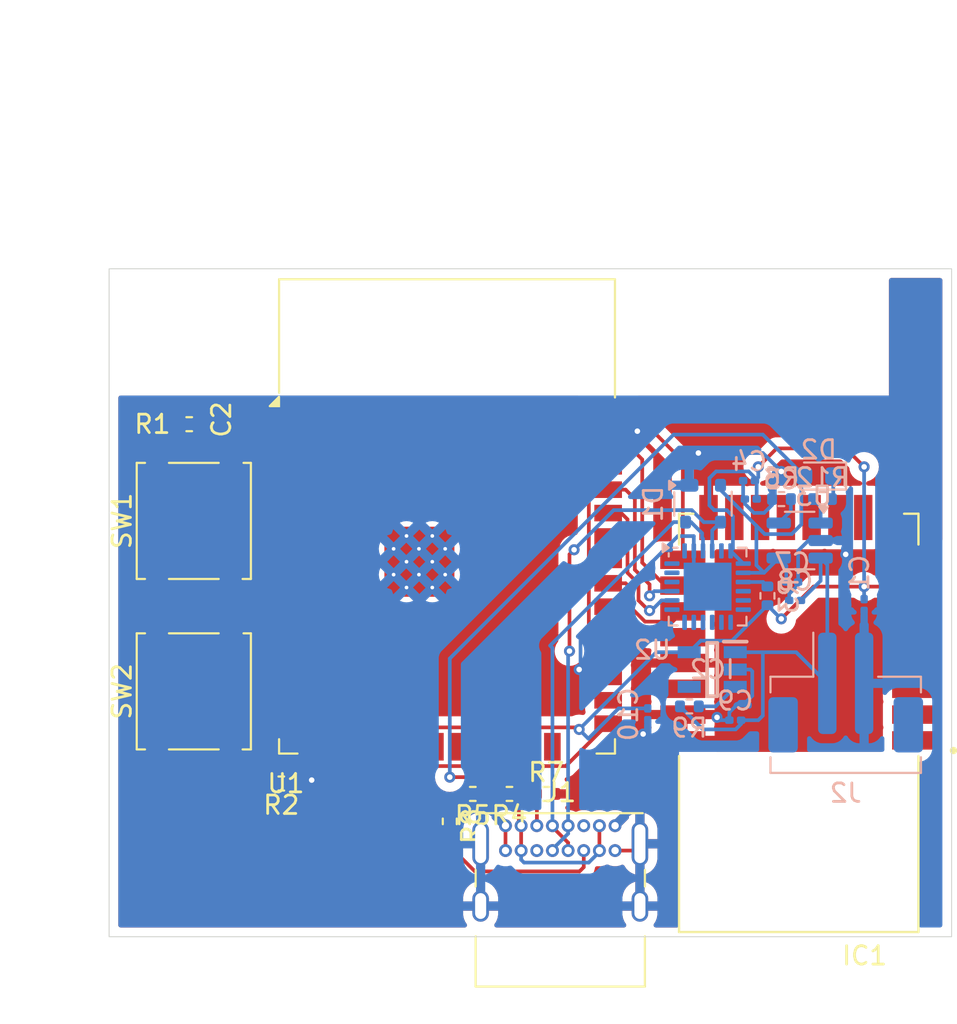
<source format=kicad_pcb>
(kicad_pcb (version 20240108) (generator "pcbnew") (generator_version "8.0")
  (layers (0 "F.Cu" signal) (31 "B.Cu" signal) (34 "B.Paste" user) (35 "F.Paste" user) (36 "B.SilkS" user "B.Silkscreen") (37 "F.SilkS" user "F.Silkscreen") (38 "B.Mask" user) (39 "F.Mask" user) (44 "Edge.Cuts" user))
  (net 0 "")
  (net 1 "GND")
  (net 2 "+3V3")
  (net 3 "/VBUS")
  (net 4 "/VBAT")
  (net 5 "/D-")
  (net 6 "/D+")
  (net 7 "Net-(D2-K)")
  (net 9 "/SPIMOSI")
  (net 13 "/SPICS0")
  (net 15 "/SPIMISO")
  (net 16 "/SPICLK")
  (net 25 "Net-(IC2-EN)")
  (net 26 "Net-(J1-VBUS-PadA4)")
  (net 27 "Net-(J1-CC2)")
  (net 28 "Net-(J1-CC1)")
  (net 29 "/RESET")
  (net 30 "/FLASH")
  (net 31 "Net-(U2-~{RST})")
  (net 32 "Net-(U3-PROG)")
  (net 33 "Net-(U3-STAT)")
  (net 34 "/UART_RX")
  (net 38 "/UART_TX")
  (footprint "DWM3000TR13:XCVR_DWM3000TR13" (layer "F.Cu") (at 157.2 91.145 180)
    (property "Reference" "IC1" (at -3.575 -12.635 0) (layer "F.SilkS"))
    (property "Value" "DWM3000")
    (pad "1" smd rect (at -6.295 -0.95 180) (size 2.45 1) (layers "F.Cu" "F.Paste" "F.Mask"))
    (pad "2" smd rect (at -6.295 0.45 180) (size 2.45 1) (layers "F.Cu" "F.Paste" "F.Mask"))
    (pad "3" smd rect (at -6.295 1.85 180) (size 2.45 1) (layers "F.Cu" "F.Paste" "F.Mask"))
    (pad "4" smd rect (at -6.295 3.25 180) (size 2.45 1) (layers "F.Cu" "F.Paste" "F.Mask"))
    (pad "5" smd rect (at -6.295 4.65 180) (size 2.45 1) (layers "F.Cu" "F.Paste" "F.Mask") (net 2 "+3V3"))
    (pad "6" smd rect (at -6.295 6.05 180) (size 2.45 1) (layers "F.Cu" "F.Paste" "F.Mask") (net 2 "+3V3"))
    (pad "7" smd rect (at -6.295 7.45 180) (size 2.45 1) (layers "F.Cu" "F.Paste" "F.Mask") (net 2 "+3V3"))
    (pad "8" smd rect (at -6.295 8.85 180) (size 2.45 1) (layers "F.Cu" "F.Paste" "F.Mask") (net 1 "GND"))
    (pad "9" smd rect (at -4.9 11.145 180) (size 1 2.45) (layers "F.Cu" "F.Paste" "F.Mask"))
    (pad "10" smd rect (at -3.5 11.145 180) (size 1 2.45) (layers "F.Cu" "F.Paste" "F.Mask"))
    (pad "11" smd rect (at -2.1 11.145 180) (size 1 2.45) (layers "F.Cu" "F.Paste" "F.Mask"))
    (pad "12" smd rect (at -0.7 11.145 180) (size 1 2.45) (layers "F.Cu" "F.Paste" "F.Mask"))
    (pad "13" smd rect (at 0.7 11.145 180) (size 1 2.45) (layers "F.Cu" "F.Paste" "F.Mask"))
    (pad "14" smd rect (at 2.1 11.145 180) (size 1 2.45) (layers "F.Cu" "F.Paste" "F.Mask"))
    (pad "15" smd rect (at 3.5 11.145 180) (size 1 2.45) (layers "F.Cu" "F.Paste" "F.Mask"))
    (pad "16" smd rect (at 4.9 11.145 180) (size 1 2.45) (layers "F.Cu" "F.Paste" "F.Mask") (net 1 "GND"))
    (pad "17" smd rect (at 6.295 8.85 180) (size 2.45 1) (layers "F.Cu" "F.Paste" "F.Mask") (net 13 "/SPICS0"))
    (pad "18" smd rect (at 6.295 7.45 180) (size 2.45 1) (layers "F.Cu" "F.Paste" "F.Mask") (net 9 "/SPIMOSI"))
    (pad "19" smd rect (at 6.295 6.05 180) (size 2.45 1) (layers "F.Cu" "F.Paste" "F.Mask") (net 15 "/SPIMISO"))
    (pad "20" smd rect (at 6.295 4.65 180) (size 2.45 1) (layers "F.Cu" "F.Paste" "F.Mask") (net 16 "/SPICLK"))
    (pad "21" smd rect (at 6.295 3.25 180) (size 2.45 1) (layers "F.Cu" "F.Paste" "F.Mask") (net 1 "GND"))
    (pad "22" smd rect (at 6.295 1.85 180) (size 2.45 1) (layers "F.Cu" "F.Paste" "F.Mask"))
    (pad "23" smd rect (at 6.295 0.45 180) (size 2.45 1) (layers "F.Cu" "F.Paste" "F.Mask") (net 1 "GND"))
    (pad "24" smd rect (at 6.295 -0.95 180) (size 2.45 1) (layers "F.Cu" "F.Paste" "F.Mask") (net 1 "GND"))
    (zone (net 0) (net_name "") (layer "F.Cu") (connect_pads (clearance 0)) (min_thickness 0.01)
      (keepout (tracks not_allowed) (vias not_allowed) (pads not_allowed) (copperpour not_allowed) (footprints allowed))
      (fill (thermal_gap 0.508) (thermal_bridge_width 0.508))
      (polygon (pts (xy 163.7 102.495) (xy 150.7 102.495) (xy 150.7 92.72) (xy 163.7 92.72)))
    )
    (zone (net 0) (net_name "") (layer "B.Cu") (connect_pads (clearance 0)) (min_thickness 0.01)
      (keepout (tracks not_allowed) (vias not_allowed) (pads not_allowed) (copperpour not_allowed) (footprints allowed))
      (fill (thermal_gap 0.508) (thermal_bridge_width 0.508))
      (polygon (pts (xy 163.7 102.495) (xy 150.7 102.495) (xy 150.7 92.72) (xy 163.7 92.72)))
    )
  )
  (footprint "Resistor_SMD:R_0402_1005Metric" (layer "F.Cu") (at 138.25 96.49 -90)
    (property "Reference" "R8" (at 0.25 -1.17 90) (layer "F.SilkS"))
    (property "Value" "5.1k")
    (pad "1" smd roundrect (at -0.51 0 270) (size 0.54 0.64) (layers "F.Cu" "F.Paste" "F.Mask") (net 1 "GND"))
    (pad "2" smd roundrect (at 0.51 0 270) (size 0.54 0.64) (layers "F.Cu" "F.Paste" "F.Mask") (net 27 "Net-(J1-CC2)"))
  )
  (footprint "Capacitor_SMD:C_0201_0603Metric" (layer "F.Cu") (at 127.03 74.935)
    (property "Reference" "C2" (at -1.18 -0.25 90) (layer "F.SilkS"))
    (property "Value" "0.1u")
    (pad "1" smd roundrect (at -0.32 0) (size 0.46 0.4) (layers "F.Cu" "F.Mask") (net 2 "+3V3"))
    (pad "2" smd roundrect (at 0.32 0) (size 0.46 0.4) (layers "F.Cu" "F.Mask") (net 1 "GND"))
  )
  (footprint "Button_Switch_SMD:SW_SPST_EVPBF" (layer "F.Cu") (at 124.35 89.435 90)
    (property "Reference" "SW2" (at 0 -3.9 90) (layer "F.SilkS"))
    (property "Value" "SW_Push")
    (pad "1" smd rect (at -2.88 -2 90) (size 2.75 1) (layers "F.Cu" "F.Paste" "F.Mask") (net 1 "GND"))
    (pad "1" smd rect (at 2.88 -2 90) (size 2.75 1) (layers "F.Cu" "F.Paste" "F.Mask") (net 1 "GND"))
    (pad "2" smd rect (at -2.88 2 90) (size 2.75 1) (layers "F.Cu" "F.Paste" "F.Mask") (net 30 "/FLASH"))
    (pad "2" smd rect (at 2.88 2 90) (size 2.75 1) (layers "F.Cu" "F.Paste" "F.Mask") (net 30 "/FLASH"))
  )
  (footprint "Connector_USB:USB_C_Receptacle_GCT_USB4085" (layer "F.Cu") (at 141.275 96.725)
    (property "Reference" "J1" (at 2.975 -1.8 0) (layer "F.SilkS"))
    (property "Value" "USB_C_Receptacle_USB2.0_14P")
    (pad "A1" thru_hole circle (at 0 0) (size 0.7 0.7) (drill 0.4) (layers "*.Cu" "*.Mask") (net 1 "GND"))
    (pad "A4" thru_hole circle (at 0.85 0) (size 0.7 0.7) (drill 0.4) (layers "*.Cu" "*.Mask") (net 26 "Net-(J1-VBUS-PadA4)"))
    (pad "A5" thru_hole circle (at 1.7 0) (size 0.7 0.7) (drill 0.4) (layers "*.Cu" "*.Mask") (net 28 "Net-(J1-CC1)"))
    (pad "A6" thru_hole circle (at 2.55 0) (size 0.7 0.7) (drill 0.4) (layers "*.Cu" "*.Mask") (net 6 "/D+"))
    (pad "A7" thru_hole circle (at 3.4 0) (size 0.7 0.7) (drill 0.4) (layers "*.Cu" "*.Mask") (net 5 "/D-"))
    (pad "A8" thru_hole circle (at 4.25 0) (size 0.7 0.7) (drill 0.4) (layers "*.Cu" "*.Mask"))
    (pad "A9" thru_hole circle (at 5.1 0) (size 0.7 0.7) (drill 0.4) (layers "*.Cu" "*.Mask") (net 26 "Net-(J1-VBUS-PadA4)"))
    (pad "A12" thru_hole circle (at 5.95 0) (size 0.7 0.7) (drill 0.4) (layers "*.Cu" "*.Mask") (net 1 "GND"))
    (pad "B1" thru_hole circle (at 5.95 1.35) (size 0.7 0.7) (drill 0.4) (layers "*.Cu" "*.Mask") (net 1 "GND"))
    (pad "B4" thru_hole circle (at 5.1 1.35) (size 0.7 0.7) (drill 0.4) (layers "*.Cu" "*.Mask") (net 26 "Net-(J1-VBUS-PadA4)"))
    (pad "B5" thru_hole circle (at 4.25 1.35) (size 0.7 0.7) (drill 0.4) (layers "*.Cu" "*.Mask") (net 27 "Net-(J1-CC2)"))
    (pad "B6" thru_hole circle (at 3.4 1.35) (size 0.7 0.7) (drill 0.4) (layers "*.Cu" "*.Mask") (net 6 "/D+"))
    (pad "B7" thru_hole circle (at 2.55 1.35) (size 0.7 0.7) (drill 0.4) (layers "*.Cu" "*.Mask") (net 5 "/D-"))
    (pad "B8" thru_hole circle (at 1.7 1.35) (size 0.7 0.7) (drill 0.4) (layers "*.Cu" "*.Mask"))
    (pad "B9" thru_hole circle (at 0.85 1.35) (size 0.7 0.7) (drill 0.4) (layers "*.Cu" "*.Mask") (net 26 "Net-(J1-VBUS-PadA4)"))
    (pad "B12" thru_hole circle (at 0 1.35) (size 0.7 0.7) (drill 0.4) (layers "*.Cu" "*.Mask") (net 1 "GND"))
    (pad "S1" thru_hole oval (at -1.35 0.98) (size 0.9 2.4) (drill oval 0.6 2.1) (layers "*.Cu" "*.Mask") (net 1 "GND"))
    (pad "S1" thru_hole oval (at -1.35 4.36) (size 0.9 1.7) (drill oval 0.6 1.4) (layers "*.Cu" "*.Mask") (net 1 "GND"))
    (pad "S1" thru_hole oval (at 7.3 0.98) (size 0.9 2.4) (drill oval 0.6 2.1) (layers "*.Cu" "*.Mask") (net 1 "GND"))
    (pad "S1" thru_hole oval (at 7.3 4.36) (size 0.9 1.7) (drill oval 0.6 1.4) (layers "*.Cu" "*.Mask") (net 1 "GND"))
  )
  (footprint "Button_Switch_SMD:SW_SPST_EVPBF" (layer "F.Cu") (at 124.35 80.185 90)
    (property "Reference" "SW1" (at 0 -3.9 90) (layer "F.SilkS"))
    (property "Value" "SW_Push")
    (pad "1" smd rect (at -2.88 -2 90) (size 2.75 1) (layers "F.Cu" "F.Paste" "F.Mask") (net 1 "GND"))
    (pad "1" smd rect (at 2.88 -2 90) (size 2.75 1) (layers "F.Cu" "F.Paste" "F.Mask") (net 1 "GND"))
    (pad "2" smd rect (at -2.88 2 90) (size 2.75 1) (layers "F.Cu" "F.Paste" "F.Mask") (net 29 "/RESET"))
    (pad "2" smd rect (at 2.88 2 90) (size 2.75 1) (layers "F.Cu" "F.Paste" "F.Mask") (net 29 "/RESET"))
  )
  (footprint "Resistor_SMD:R_0402_1005Metric" (layer "F.Cu") (at 129.1 94.435 180)
    (property "Reference" "R2" (at 0 -1.17 0) (layer "F.SilkS"))
    (property "Value" "470")
    (pad "1" smd roundrect (at -0.51 0 180) (size 0.54 0.64) (layers "F.Cu" "F.Paste" "F.Mask") (net 2 "+3V3"))
    (pad "2" smd roundrect (at 0.51 0 180) (size 0.54 0.64) (layers "F.Cu" "F.Paste" "F.Mask") (net 30 "/FLASH"))
  )
  (footprint "Resistor_SMD:R_0402_1005Metric" (layer "F.Cu") (at 124.1 74.935)
    (property "Reference" "R1" (at -2 0 0) (layer "F.SilkS"))
    (property "Value" "470")
    (pad "1" smd roundrect (at -0.51 0) (size 0.54 0.64) (layers "F.Cu" "F.Paste" "F.Mask") (net 2 "+3V3"))
    (pad "2" smd roundrect (at 0.51 0) (size 0.54 0.64) (layers "F.Cu" "F.Paste" "F.Mask") (net 29 "/RESET"))
  )
  (footprint "Resistor_SMD:R_0402_1005Metric" (layer "F.Cu") (at 139.5 95 180)
    (property "Reference" "R5" (at 0 -1.17 0) (layer "F.SilkS"))
    (property "Value" "47.5k")
    (pad "1" smd roundrect (at -0.51 0 180) (size 0.54 0.64) (layers "F.Cu" "F.Paste" "F.Mask") (net 3 "/VBUS"))
    (pad "2" smd roundrect (at 0.51 0 180) (size 0.54 0.64) (layers "F.Cu" "F.Paste" "F.Mask") (net 1 "GND"))
  )
  (footprint "Resistor_SMD:R_0402_1005Metric" (layer "F.Cu") (at 143.49 95)
    (property "Reference" "R7" (at 0 -1.17 0) (layer "F.SilkS"))
    (property "Value" "5.1k")
    (pad "1" smd roundrect (at -0.51 0) (size 0.54 0.64) (layers "F.Cu" "F.Paste" "F.Mask") (net 28 "Net-(J1-CC1)"))
    (pad "2" smd roundrect (at 0.51 0) (size 0.54 0.64) (layers "F.Cu" "F.Paste" "F.Mask") (net 1 "GND"))
  )
  (footprint "Resistor_SMD:R_0402_1005Metric" (layer "F.Cu") (at 141.49 95 180)
    (property "Reference" "R4" (at 0 -1.17 0) (layer "F.SilkS"))
    (property "Value" "22.1k")
    (pad "1" smd roundrect (at -0.51 0 180) (size 0.54 0.64) (layers "F.Cu" "F.Paste" "F.Mask") (net 26 "Net-(J1-VBUS-PadA4)"))
    (pad "2" smd roundrect (at 0.51 0 180) (size 0.54 0.64) (layers "F.Cu" "F.Paste" "F.Mask") (net 3 "/VBUS"))
  )
  (footprint "RF_Module:ESP32-WROOM-32D" (layer "F.Cu") (at 138.1 82.93)
    (property "Reference" "U1" (at -8.75 11.505 180) (layer "F.SilkS"))
    (property "Value" "ESP32-WROOM-32E")
    (pad "1" smd rect (at -8.75 -8.25) (size 1.5 0.9) (layers "F.Cu" "F.Paste" "F.Mask") (net 1 "GND"))
    (pad "2" smd rect (at -8.75 -6.98) (size 1.5 0.9) (layers "F.Cu" "F.Paste" "F.Mask") (net 2 "+3V3"))
    (pad "3" smd rect (at -8.75 -5.71) (size 1.5 0.9) (layers "F.Cu" "F.Paste" "F.Mask") (net 29 "/RESET"))
    (pad "4" smd rect (at -8.75 -4.44) (size 1.5 0.9) (layers "F.Cu" "F.Paste" "F.Mask"))
    (pad "5" smd rect (at -8.75 -3.17) (size 1.5 0.9) (layers "F.Cu" "F.Paste" "F.Mask"))
    (pad "6" smd rect (at -8.75 -1.9) (size 1.5 0.9) (layers "F.Cu" "F.Paste" "F.Mask"))
    (pad "7" smd rect (at -8.75 -0.63) (size 1.5 0.9) (layers "F.Cu" "F.Paste" "F.Mask"))
    (pad "8" smd rect (at -8.75 0.64) (size 1.5 0.9) (layers "F.Cu" "F.Paste" "F.Mask"))
    (pad "9" smd rect (at -8.75 1.91) (size 1.5 0.9) (layers "F.Cu" "F.Paste" "F.Mask"))
    (pad "10" smd rect (at -8.75 3.18) (size 1.5 0.9) (layers "F.Cu" "F.Paste" "F.Mask"))
    (pad "11" smd rect (at -8.75 4.45) (size 1.5 0.9) (layers "F.Cu" "F.Paste" "F.Mask"))
    (pad "12" smd rect (at -8.75 5.72) (size 1.5 0.9) (layers "F.Cu" "F.Paste" "F.Mask"))
    (pad "13" smd rect (at -8.75 6.99) (size 1.5 0.9) (layers "F.Cu" "F.Paste" "F.Mask"))
    (pad "14" smd rect (at -8.75 8.26) (size 1.5 0.9) (layers "F.Cu" "F.Paste" "F.Mask"))
    (pad "15" smd rect (at -5.71 9.51 90) (size 1.5 0.9) (layers "F.Cu" "F.Paste" "F.Mask") (net 1 "GND"))
    (pad "16" smd rect (at -4.44 9.51 90) (size 1.5 0.9) (layers "F.Cu" "F.Paste" "F.Mask"))
    (pad "17" smd rect (at -3.17 9.51 90) (size 1.5 0.9) (layers "F.Cu" "F.Paste" "F.Mask"))
    (pad "18" smd rect (at -1.9 9.51 90) (size 1.5 0.9) (layers "F.Cu" "F.Paste" "F.Mask"))
    (pad "19" smd rect (at -0.63 9.51 90) (size 1.5 0.9) (layers "F.Cu" "F.Paste" "F.Mask"))
    (pad "20" smd rect (at 0.64 9.51 90) (size 1.5 0.9) (layers "F.Cu" "F.Paste" "F.Mask"))
    (pad "21" smd rect (at 1.91 9.51 90) (size 1.5 0.9) (layers "F.Cu" "F.Paste" "F.Mask"))
    (pad "22" smd rect (at 3.18 9.51 90) (size 1.5 0.9) (layers "F.Cu" "F.Paste" "F.Mask"))
    (pad "23" smd rect (at 4.45 9.51 90) (size 1.5 0.9) (layers "F.Cu" "F.Paste" "F.Mask"))
    (pad "24" smd rect (at 5.72 9.51 90) (size 1.5 0.9) (layers "F.Cu" "F.Paste" "F.Mask"))
    (pad "25" smd rect (at 8.75 8.26) (size 1.5 0.9) (layers "F.Cu" "F.Paste" "F.Mask") (net 30 "/FLASH"))
    (pad "26" smd rect (at 8.75 6.99) (size 1.5 0.9) (layers "F.Cu" "F.Paste" "F.Mask"))
    (pad "27" smd rect (at 8.75 5.72) (size 1.5 0.9) (layers "F.Cu" "F.Paste" "F.Mask"))
    (pad "28" smd rect (at 8.75 4.45) (size 1.5 0.9) (layers "F.Cu" "F.Paste" "F.Mask"))
    (pad "29" smd rect (at 8.75 3.18) (size 1.5 0.9) (layers "F.Cu" "F.Paste" "F.Mask") (net 13 "/SPICS0"))
    (pad "30" smd rect (at 8.75 1.91) (size 1.5 0.9) (layers "F.Cu" "F.Paste" "F.Mask") (net 16 "/SPICLK"))
    (pad "31" smd rect (at 8.75 0.64) (size 1.5 0.9) (layers "F.Cu" "F.Paste" "F.Mask") (net 15 "/SPIMISO"))
    (pad "32" smd rect (at 8.75 -0.63) (size 1.5 0.9) (layers "F.Cu" "F.Paste" "F.Mask"))
    (pad "33" smd rect (at 8.75 -1.9) (size 1.5 0.9) (layers "F.Cu" "F.Paste" "F.Mask"))
    (pad "34" smd rect (at 8.75 -3.17) (size 1.5 0.9) (layers "F.Cu" "F.Paste" "F.Mask") (net 34 "/UART_RX"))
    (pad "35" smd rect (at 8.75 -4.44) (size 1.5 0.9) (layers "F.Cu" "F.Paste" "F.Mask") (net 38 "/UART_TX"))
    (pad "36" smd rect (at 8.75 -5.71) (size 1.5 0.9) (layers "F.Cu" "F.Paste" "F.Mask"))
    (pad "37" smd rect (at 8.75 -6.98) (size 1.5 0.9) (layers "F.Cu" "F.Paste" "F.Mask") (net 9 "/SPIMOSI"))
    (pad "38" smd rect (at 8.75 -8.25) (size 1.5 0.9) (layers "F.Cu" "F.Paste" "F.Mask") (net 1 "GND"))
    (pad "39" smd rect (at -2.9 -1.93) (size 0.9 0.9) (layers "F.Cu" "F.Paste") (net 1 "GND"))
    (pad "39" thru_hole circle (at -2.9 -1.23) (size 0.6 0.6) (drill 0.2) (property pad_prop_heatsink) (layers "*.Cu" "F.Mask") (net 1 "GND"))
    (pad "39" smd rect (at -2.9 -0.53) (size 0.9 0.9) (layers "F.Cu" "F.Paste") (net 1 "GND"))
    (pad "39" thru_hole circle (at -2.9 0.17) (size 0.6 0.6) (drill 0.2) (property pad_prop_heatsink) (layers "*.Cu" "F.Mask") (net 1 "GND"))
    (pad "39" smd rect (at -2.9 0.87) (size 0.9 0.9) (layers "F.Cu" "F.Paste") (net 1 "GND"))
    (pad "39" thru_hole circle (at -2.2 -1.93) (size 0.6 0.6) (drill 0.2) (property pad_prop_heatsink) (layers "*.Cu" "F.Mask") (net 1 "GND"))
    (pad "39" thru_hole circle (at -2.2 -0.53) (size 0.6 0.6) (drill 0.2) (property pad_prop_heatsink) (layers "*.Cu" "F.Mask") (net 1 "GND"))
    (pad "39" thru_hole circle (at -2.2 0.87) (size 0.6 0.6) (drill 0.2) (property pad_prop_heatsink) (layers "*.Cu" "F.Mask") (net 1 "GND"))
    (pad "39" thru_hole circle (at -1.525 -1.23) (size 0.6 0.6) (drill 0.2) (property pad_prop_heatsink) (layers "*.Cu" "F.Mask") (net 1 "GND"))
    (pad "39" thru_hole circle (at -1.525 0.17) (size 0.6 0.6) (drill 0.2) (property pad_prop_heatsink) (layers "*.Cu" "F.Mask") (net 1 "GND"))
    (pad "39" smd rect (at -1.5 -1.93) (size 0.9 0.9) (layers "F.Cu" "F.Paste") (net 1 "GND"))
    (pad "39" smd rect (at -1.5 -0.53) (size 0.9 0.9) (layers "F.Cu" "F.Paste") (net 1 "GND"))
    (pad "39" smd rect (at -1.5 -0.53) (size 3.8 3.8) (layers "F.Cu" "F.Mask") (net 1 "GND"))
    (pad "39" smd rect (at -1.5 0.87) (size 0.9 0.9) (layers "F.Cu" "F.Paste") (net 1 "GND"))
    (pad "39" thru_hole circle (at -0.8 -1.93) (size 0.6 0.6) (drill 0.2) (property pad_prop_heatsink) (layers "*.Cu" "F.Mask") (net 1 "GND"))
    (pad "39" thru_hole circle (at -0.8 -0.53) (size 0.6 0.6) (drill 0.2) (property pad_prop_heatsink) (layers "*.Cu" "F.Mask") (net 1 "GND"))
    (pad "39" thru_hole circle (at -0.8 0.87) (size 0.6 0.6) (drill 0.2) (property pad_prop_heatsink) (layers "*.Cu" "F.Mask") (net 1 "GND"))
    (pad "39" smd rect (at -0.1 -1.93) (size 0.9 0.9) (layers "F.Cu" "F.Paste") (net 1 "GND"))
    (pad "39" thru_hole circle (at -0.1 -1.23) (size 0.6 0.6) (drill 0.2) (property pad_prop_heatsink) (layers "*.Cu" "F.Mask") (net 1 "GND"))
    (pad "39" smd rect (at -0.1 -0.53) (size 0.9 0.9) (layers "F.Cu" "F.Paste") (net 1 "GND"))
    (pad "39" thru_hole circle (at -0.1 0.17) (size 0.6 0.6) (drill 0.2) (property pad_prop_heatsink) (layers "*.Cu" "F.Mask") (net 1 "GND"))
    (pad "39" smd rect (at -0.1 0.87) (size 0.9 0.9) (layers "F.Cu" "F.Paste") (net 1 "GND"))
    (zone (net 0) (net_name "") (layers "*.Cu") (connect_pads (clearance 0)) (min_thickness 0.254)
      (keepout (tracks not_allowed) (vias not_allowed) (pads not_allowed) (copperpour not_allowed) (footprints not_allowed))
      (fill (thermal_gap 0.508) (thermal_bridge_width 0.508))
      (polygon (pts (xy 114.1 73.38) (xy 162.1 73.38) (xy 162.1 52.19) (xy 114.1 52.19)))
    )
  )
  (footprint "Capacitor_SMD:C_0201_0603Metric" (layer "B.Cu") (at 154.5 78 180)
    (property "Reference" "C4" (at 0 1.05 0) (layer "B.SilkS") (effects (justify mirror)))
    (property "Value" "0.1uF")
    (pad "1" smd roundrect (at -0.32 0 180) (size 0.46 0.4) (layers "B.Cu" "B.Mask") (net 2 "+3V3"))
    (pad "2" smd roundrect (at 0.32 0 180) (size 0.46 0.4) (layers "B.Cu" "B.Mask") (net 1 "GND"))
  )
  (footprint "Package_TO_SOT_SMD:SOT-143" (layer "B.Cu") (at 152 79.25 -90)
    (property "Reference" "D1" (at 0.02 2.7 90) (layer "B.SilkS") (effects (justify mirror)))
    (property "Value" "SP0503BAHT")
    (pad "1" smd roundrect (at -1 0.75 270) (size 0.7 1) (layers "B.Cu" "B.Paste" "B.Mask") (net 1 "GND"))
    (pad "2" smd roundrect (at -1 -0.95 270) (size 0.7 0.6) (layers "B.Cu" "B.Paste" "B.Mask") (net 3 "/VBUS"))
    (pad "3" smd roundrect (at 1 -0.95 270) (size 0.7 0.6) (layers "B.Cu" "B.Paste" "B.Mask") (net 5 "/D-"))
    (pad "4" smd roundrect (at 1 0.95 270) (size 0.7 0.6) (layers "B.Cu" "B.Paste" "B.Mask") (net 6 "/D+"))
  )
  (footprint "Capacitor_SMD:C_0201_0603Metric" (layer "B.Cu") (at 160.75 84.75 -90)
    (property "Reference" "C1" (at -1.75 0.25 90) (layer "B.SilkS") (effects (justify mirror)))
    (property "Value" "0.1u")
    (pad "1" smd roundrect (at -0.32 0 270) (size 0.46 0.4) (layers "B.Cu" "B.Mask") (net 2 "+3V3"))
    (pad "2" smd roundrect (at 0.32 0 270) (size 0.46 0.4) (layers "B.Cu" "B.Mask") (net 1 "GND"))
  )
  (footprint "Resistor_SMD:R_0402_1005Metric" (layer "B.Cu") (at 155.5 84.25 90)
    (property "Reference" "R3" (at 0 1.17 90) (layer "B.SilkS") (effects (justify mirror)))
    (property "Value" "1k")
    (pad "1" smd roundrect (at -0.51 0 90) (size 0.54 0.64) (layers "B.Cu" "B.Paste" "B.Mask") (net 2 "+3V3"))
    (pad "2" smd roundrect (at 0.51 0 90) (size 0.54 0.64) (layers "B.Cu" "B.Paste" "B.Mask") (net 31 "Net-(U2-~{RST})"))
  )
  (footprint "Connector_JST:JST_PH_B2B-PH-SM4-TB_1x02-1MP_P2.00mm_Vertical" (layer "B.Cu") (at 159.75 89.5)
    (property "Reference" "J2" (at 0 5.45 0) (layer "B.SilkS") (effects (justify mirror)))
    (property "Value" "Conn_01x02")
    (pad "1" smd roundrect (at -1 -0.5) (size 1 5.5) (layers "B.Cu" "B.Paste" "B.Mask") (net 4 "/VBAT"))
    (pad "2" smd roundrect (at 1 -0.5) (size 1 5.5) (layers "B.Cu" "B.Paste" "B.Mask") (net 1 "GND"))
    (pad "MP" smd roundrect (at -3.4 1.75) (size 1.6 3) (layers "B.Cu" "B.Paste" "B.Mask") (roundrect_rratio 0.15625))
    (pad "MP" smd roundrect (at 3.4 1.75) (size 1.6 3) (layers "B.Cu" "B.Paste" "B.Mask") (roundrect_rratio 0.15625))
  )
  (footprint "Capacitor_SMD:C_0201_0603Metric" (layer "B.Cu") (at 157 84.5 180)
    (property "Reference" "C8" (at 0 1.05 0) (layer "B.SilkS") (effects (justify mirror)))
    (property "Value" "4.7u")
    (pad "1" smd roundrect (at -0.32 0 180) (size 0.46 0.4) (layers "B.Cu" "B.Mask") (net 4 "/VBAT"))
    (pad "2" smd roundrect (at 0.32 0 180) (size 0.46 0.4) (layers "B.Cu" "B.Mask") (net 1 "GND"))
  )
  (footprint "Package_TO_SOT_SMD:SOT-23-5" (layer "B.Cu") (at 157.25 81.25 180)
    (property "Reference" "U3" (at -0.75 2.4 0) (layer "B.SilkS") (effects (justify mirror)))
    (property "Value" "MCP73831-2-OT")
    (pad "1" smd roundrect (at -1.1375 0.95 180) (size 1.325 0.6) (layers "B.Cu" "B.Paste" "B.Mask") (net 33 "Net-(U3-STAT)"))
    (pad "2" smd roundrect (at -1.1375 0 180) (size 1.325 0.6) (layers "B.Cu" "B.Paste" "B.Mask") (net 1 "GND"))
    (pad "3" smd roundrect (at -1.1375 -0.95 180) (size 1.325 0.6) (layers "B.Cu" "B.Paste" "B.Mask") (net 4 "/VBAT"))
    (pad "4" smd roundrect (at 1.1375 -0.95 180) (size 1.325 0.6) (layers "B.Cu" "B.Paste" "B.Mask") (net 3 "/VBUS"))
    (pad "5" smd roundrect (at 1.1375 0.95 180) (size 1.325 0.6) (layers "B.Cu" "B.Paste" "B.Mask") (net 32 "Net-(U3-PROG)"))
  )
  (footprint "Resistor_SMD:R_0402_1005Metric" (layer "B.Cu") (at 156.26 79 180)
    (property "Reference" "R6" (at 0 1.17 0) (layer "B.SilkS") (effects (justify mirror)))
    (property "Value" "2k")
    (pad "1" smd roundrect (at -0.51 0 180) (size 0.54 0.64) (layers "B.Cu" "B.Paste" "B.Mask") (net 32 "Net-(U3-PROG)"))
    (pad "2" smd roundrect (at 0.51 0 180) (size 0.54 0.64) (layers "B.Cu" "B.Paste" "B.Mask") (net 1 "GND"))
  )
  (footprint "Package_DFN_QFN:QFN-24-1EP_4x4mm_P0.5mm_EP2.6x2.6mm" (layer "B.Cu") (at 152.25 83.75 -90)
    (property "Reference" "U2" (at 3.4375 3 0) (layer "B.SilkS") (effects (justify mirror)))
    (property "Value" "CP2102N-Axx-xQFN24")
    (pad "1" smd roundrect (at -1.9375 1.25 270) (size 0.825 0.25) (layers "B.Cu" "B.Paste" "B.Mask"))
    (pad "2" smd roundrect (at -1.9375 0.75 270) (size 0.825 0.25) (layers "B.Cu" "B.Paste" "B.Mask") (net 1 "GND"))
    (pad "3" smd roundrect (at -1.9375 0.25 270) (size 0.825 0.25) (layers "B.Cu" "B.Paste" "B.Mask") (net 6 "/D+"))
    (pad "4" smd roundrect (at -1.9375 -0.25 270) (size 0.825 0.25) (layers "B.Cu" "B.Paste" "B.Mask") (net 5 "/D-"))
    (pad "5" smd roundrect (at -1.9375 -0.75 270) (size 0.825 0.25) (layers "B.Cu" "B.Paste" "B.Mask"))
    (pad "6" smd roundrect (at -1.9375 -1.25 270) (size 0.825 0.25) (layers "B.Cu" "B.Paste" "B.Mask") (net 2 "+3V3"))
    (pad "7" smd roundrect (at -1.25 -1.9375 270) (size 0.25 0.825) (layers "B.Cu" "B.Paste" "B.Mask") (net 2 "+3V3"))
    (pad "8" smd roundrect (at -0.75 -1.9375 270) (size 0.25 0.825) (layers "B.Cu" "B.Paste" "B.Mask") (net 3 "/VBUS"))
    (pad "9" smd roundrect (at -0.25 -1.9375 270) (size 0.25 0.825) (layers "B.Cu" "B.Paste" "B.Mask") (net 31 "Net-(U2-~{RST})"))
    (pad "10" smd roundrect (at 0.25 -1.9375 270) (size 0.25 0.825) (layers "B.Cu" "B.Paste" "B.Mask"))
    (pad "11" smd roundrect (at 0.75 -1.9375 270) (size 0.25 0.825) (layers "B.Cu" "B.Paste" "B.Mask"))
    (pad "12" smd roundrect (at 1.25 -1.9375 270) (size 0.25 0.825) (layers "B.Cu" "B.Paste" "B.Mask"))
    (pad "13" smd roundrect (at 1.9375 -1.25 270) (size 0.825 0.25) (layers "B.Cu" "B.Paste" "B.Mask"))
    (pad "14" smd roundrect (at 1.9375 -0.75 270) (size 0.825 0.25) (layers "B.Cu" "B.Paste" "B.Mask"))
    (pad "15" smd roundrect (at 1.9375 -0.25 270) (size 0.825 0.25) (layers "B.Cu" "B.Paste" "B.Mask"))
    (pad "16" smd roundrect (at 1.9375 0.25 270) (size 0.825 0.25) (layers "B.Cu" "B.Paste" "B.Mask"))
    (pad "17" smd roundrect (at 1.9375 0.75 270) (size 0.825 0.25) (layers "B.Cu" "B.Paste" "B.Mask"))
    (pad "18" smd roundrect (at 1.9375 1.25 270) (size 0.825 0.25) (layers "B.Cu" "B.Paste" "B.Mask"))
    (pad "19" smd roundrect (at 1.25 1.9375 270) (size 0.25 0.825) (layers "B.Cu" "B.Paste" "B.Mask"))
    (pad "20" smd roundrect (at 0.75 1.9375 270) (size 0.25 0.825) (layers "B.Cu" "B.Paste" "B.Mask") (net 34 "/UART_RX"))
    (pad "21" smd roundrect (at 0.25 1.9375 270) (size 0.25 0.825) (layers "B.Cu" "B.Paste" "B.Mask") (net 38 "/UART_TX"))
    (pad "22" smd roundrect (at -0.25 1.9375 270) (size 0.25 0.825) (layers "B.Cu" "B.Paste" "B.Mask"))
    (pad "23" smd roundrect (at -0.75 1.9375 270) (size 0.25 0.825) (layers "B.Cu" "B.Paste" "B.Mask"))
    (pad "24" smd roundrect (at -1.25 1.9375 270) (size 0.25 0.825) (layers "B.Cu" "B.Paste" "B.Mask"))
    (pad "25" smd rect (at 0 0 270) (size 2.6 2.6) (property pad_prop_heatsink) (layers "B.Cu" "B.Mask") (net 1 "GND"))
  )
  (footprint "Capacitor_SMD:C_0201_0603Metric" (layer "B.Cu") (at 156.845 83.5 180)
    (property "Reference" "C7" (at 0 1.05 0) (layer "B.SilkS") (effects (justify mirror)))
    (property "Value" "4.7u")
    (pad "1" smd roundrect (at -0.32 0 180) (size 0.46 0.4) (layers "B.Cu" "B.Mask") (net 1 "GND"))
    (pad "2" smd roundrect (at 0.32 0 180) (size 0.46 0.4) (layers "B.Cu" "B.Mask") (net 3 "/VBUS"))
  )
  (footprint "Capacitor_SMD:C_0201_0603Metric" (layer "B.Cu") (at 153.75 91 180)
    (property "Reference" "C9" (at 0 1.05 0) (layer "B.SilkS") (effects (justify mirror)))
    (property "Value" "1uF")
    (pad "1" smd roundrect (at -0.32 0 180) (size 0.46 0.4) (layers "B.Cu" "B.Mask") (net 4 "/VBAT"))
    (pad "2" smd roundrect (at 0.32 0 180) (size 0.46 0.4) (layers "B.Cu" "B.Mask") (net 1 "GND"))
  )
  (footprint "Resistor_SMD:R_0402_1005Metric" (layer "B.Cu") (at 151.26 90.25)
    (property "Reference" "R9" (at 0 1.17 0) (layer "B.SilkS") (effects (justify mirror)))
    (property "Value" "10k")
    (pad "1" smd roundrect (at -0.51 0) (size 0.54 0.64) (layers "B.Cu" "B.Paste" "B.Mask") (net 4 "/VBAT"))
    (pad "2" smd roundrect (at 0.51 0) (size 0.54 0.64) (layers "B.Cu" "B.Paste" "B.Mask") (net 25 "Net-(IC2-EN)"))
  )
  (footprint "LED_SMD:LED_0603_1608Metric" (layer "B.Cu") (at 158.2875 77.75 180)
    (property "Reference" "D2" (at 0 1.43 0) (layer "B.SilkS") (effects (justify mirror)))
    (property "Value" "D")
    (pad "1" smd roundrect (at -0.7875 0 180) (size 0.875 0.95) (layers "B.Cu" "B.Paste" "B.Mask") (net 7 "Net-(D2-K)"))
    (pad "2" smd roundrect (at 0.7875 0 180) (size 0.875 0.95) (layers "B.Cu" "B.Paste" "B.Mask") (net 3 "/VBUS"))
  )
  (footprint "Capacitor_SMD:C_0201_0603Metric" (layer "B.Cu") (at 149 90.68 -90)
    (property "Reference" "C10" (at 0 1.05 90) (layer "B.SilkS") (effects (justify mirror)))
    (property "Value" "1u")
    (pad "1" smd roundrect (at -0.32 0 270) (size 0.46 0.4) (layers "B.Cu" "B.Mask") (net 2 "+3V3"))
    (pad "2" smd roundrect (at 0.32 0 270) (size 0.46 0.4) (layers "B.Cu" "B.Mask") (net 1 "GND"))
  )
  (footprint "Resistor_SMD:R_0402_1005Metric" (layer "B.Cu") (at 158.49 79 180)
    (property "Reference" "R12" (at 0 1.17 0) (layer "B.SilkS") (effects (justify mirror)))
    (property "Value" "470")
    (pad "1" smd roundrect (at -0.51 0 180) (size 0.54 0.64) (layers "B.Cu" "B.Paste" "B.Mask") (net 7 "Net-(D2-K)"))
    (pad "2" smd roundrect (at 0.51 0 180) (size 0.54 0.64) (layers "B.Cu" "B.Paste" "B.Mask") (net 33 "Net-(U3-STAT)"))
  )
  (footprint "Capacitor_SMD:C_0201_0603Metric" (layer "B.Cu") (at 154.595 79 180)
    (property "Reference" "C3" (at -1.655 1.05 0) (layer "B.SilkS") (effects (justify mirror)))
    (property "Value" "4.7uF")
    (pad "1" smd roundrect (at -0.32 0 180) (size 0.46 0.4) (layers "B.Cu" "B.Mask") (net 2 "+3V3"))
    (pad "2" smd roundrect (at 0.32 0 180) (size 0.46 0.4) (layers "B.Cu" "B.Mask") (net 1 "GND"))
  )
  (footprint "RT9080-33GJ5 (1):SOT94P280X100-5N" (layer "B.Cu") (at 152.5 88.25 180)
    (property "Reference" "IC2" (at 0 0 0) (layer "B.SilkS") (effects (justify mirror)))
    (property "Value" "RT9080-33GJ5")
    (pad "1" smd rect (at -1.25 0.94 180) (size 1.25 0.65) (layers "B.Cu" "B.Paste" "B.Mask") (net 4 "/VBAT"))
    (pad "2" smd rect (at -1.25 0 180) (size 1.25 0.65) (layers "B.Cu" "B.Paste" "B.Mask") (net 1 "GND"))
    (pad "3" smd rect (at -1.25 -0.94 180) (size 1.25 0.65) (layers "B.Cu" "B.Paste" "B.Mask") (net 25 "Net-(IC2-EN)"))
    (pad "4" smd rect (at 1.25 -0.94 180) (size 1.25 0.65) (layers "B.Cu" "B.Paste" "B.Mask"))
    (pad "5" smd rect (at 1.25 0.94 180) (size 1.25 0.65) (layers "B.Cu" "B.Paste" "B.Mask") (net 2 "+3V3"))
  )
  (gr_rect (start 119.75 66.5) (end 165.5 102.75) (stroke (width 0.05)) (fill none) (layer "Edge.Cuts"))
  (segment (start 132.39 92.61) (end 130.75 94.25) (width 0.2) (layer "F.Cu") (net 1))
  (segment (start 127.35 74.935) (end 129.095 74.935) (width 0.2) (layer "F.Cu") (net 1))
  (segment (start 147.80147 74.68) (end 148.435735 75.314265) (width 0.2) (layer "F.Cu") (net 1))
  (segment (start 148.205 98.075) (end 148.575 97.705) (width 0.2) (layer "F.Cu") (net 1))
  (segment (start 129.095 74.935) (end 129.35 74.68) (width 0.2) (layer "F.Cu") (net 1))
  (segment (start 147.225 98.075) (end 148.205 98.075) (width 0.2) (layer "F.Cu") (net 1))
  (segment (start 146.85 74.68) (end 147.80147 74.68) (width 0.2) (layer "F.Cu") (net 1))
  (segment (start 132.39 92.44) (end 132.39 92.61) (width 0.2) (layer "F.Cu") (net 1))
  (segment (start 141.275 96.725) (end 141.275 98.075) (width 0.2) (layer "F.Cu") (net 1))
  (via (at 148.435735 75.314265) (size 0.6) (drill 0.3) (layers "F.Cu" "B.Cu") (net 1))
  (via (at 152.761487 90.845727) (size 0.6) (drill 0.3) (layers "F.Cu" "B.Cu") (net 1))
  (via (at 130.75 94.25) (size 0.6) (drill 0.3) (layers "F.Cu" "B.Cu") (net 1))
  (via (at 156.25 77.5) (size 0.6) (drill 0.3) (layers "F.Cu" "B.Cu") (net 1))
  (via (at 151.75 76.5) (size 0.6) (drill 0.3) (layers "F.Cu" "B.Cu") (net 1))
  (via (at 159.75 82) (size 0.6) (drill 0.3) (layers "F.Cu" "B.Cu") (net 1))
  (via (at 145.275 88.25) (size 0.6) (drill 0.3) (layers "F.Cu" "B.Cu") (net 1))
  (via (at 148.75 91.75) (size 0.6) (drill 0.3) (layers "F.Cu" "B.Cu") (net 1))
  (segment (start 156.68 84.143456) (end 157.165 83.658456) (width 0.2) (layer "B.Cu") (net 1))
  (segment (start 153.43 91) (end 152.91576 91) (width 0.2) (layer "B.Cu") (net 1))
  (segment (start 151.5 83) (end 152.25 83.75) (width 0.2) (layer "B.Cu") (net 1))
  (segment (start 154.275 79.259314) (end 154.275 79) (width 0.2) (layer "B.Cu") (net 1))
  (segment (start 153.43 90.574315) (end 154.004315 90) (width 0.2) (layer "B.Cu") (net 1))
  (segment (start 157.165 83.5) (end 157.165 81.810001) (width 0.2) (layer "B.Cu") (net 1))
  (segment (start 151.5 81.8125) (end 151.5 81.009448) (width 0.2) (layer "B.Cu") (net 1))
  (segment (start 151.5 81.009448) (end 150.639081 81.009448) (width 0.2) (layer "B.Cu") (net 1))
  (segment (start 156.68 84.5) (end 156.68 84.143456) (width 0.2) (layer "B.Cu") (net 1))
  (segment (start 157.165 81.810001) (end 157.725001 81.25) (width 0.2) (layer "B.Cu") (net 1))
  (segment (start 154.575 88.25) (end 153.75 88.25) (width 0.2) (layer "B.Cu") (net 1))
  (segment (start 151.5 81.8125) (end 151.5 83) (width 0.2) (layer "B.Cu") (net 1))
  (segment (start 157.725001 81.25) (end 158.3875 81.25) (width 0.2) (layer "B.Cu") (net 1))
  (segment (start 155.25 76.5) (end 151.75 76.5) (width 0.2) (layer "B.Cu") (net 1))
  (segment (start 154.18 78) (end 154.18 78.905) (width 0.2) (layer "B.Cu") (net 1))
  (segment (start 150.639081 81.009448) (end 145.35 86.298529) (width 0.2) (layer "B.Cu") (net 1))
  (segment (start 154.765686 79.75) (end 154.275 79.259314) (width 0.2) (layer "B.Cu") (net 1))
  (segment (start 154.004315 90) (end 154.35 90) (width 0.2) (layer "B.Cu") (net 1))
  (segment (start 154.675 88.35) (end 154.575 88.25) (width 0.2) (layer "B.Cu") (net 1))
  (segment (start 154.35 90) (end 154.675 89.675) (width 0.2) (layer "B.Cu") (net 1))
  (segment (start 155.319999 79.75) (end 154.765686 79.75) (width 0.2) (layer "B.Cu") (net 1))
  (segment (start 152.91576 91) (end 152.761487 90.845727) (width 0.2) (layer "B.Cu") (net 1))
  (segment (start 154.18 78.905) (end 154.275 79) (width 0.2) (layer "B.Cu") (net 1))
  (segment (start 145.35 86.298529) (end 145.35 88.175) (width 0.2) (layer "B.Cu") (net 1))
  (segment (start 155.75 79) (end 155.75 79.319999) (width 0.2) (layer "B.Cu") (net 1))
  (segment (start 149 91.5) (end 148.75 91.75) (width 0.2) (layer "B.Cu") (net 1))
  (segment (start 149 91) (end 149 91.5) (width 0.2) (layer "B.Cu") (net 1))
  (segment (start 157.165 83.658456) (end 157.165 83.5) (width 0.2) (layer "B.Cu") (net 1))
  (segment (start 156.25 77.5) (end 155.25 76.5) (width 0.2) (layer "B.Cu") (net 1))
  (segment (start 155.75 79.319999) (end 155.319999 79.75) (width 0.2) (layer "B.Cu") (net 1))
  (segment (start 145.35 88.175) (end 145.275 88.25) (width 0.2) (layer "B.Cu") (net 1))
  (segment (start 154.675 89.675) (end 154.675 88.35) (width 0.2) (layer "B.Cu") (net 1))
  (segment (start 153.43 91) (end 153.43 90.574315) (width 0.2) (layer "B.Cu") (net 1))
  (segment (start 162.305 83.695) (end 163.495 83.695) (width 0.2) (layer "F.Cu") (net 2))
  (segment (start 123.59 74.935) (end 124.21 74.315) (width 0.2) (layer "F.Cu") (net 2))
  (segment (start 164.135001 85.095) (end 163.495 85.095) (width 0.2) (layer "F.Cu") (net 2))
  (segment (start 158 83.75) (end 156.25 85.5) (width 0.2) (layer "F.Cu") (net 2))
  (segment (start 163.73 83.93) (end 163.495 83.695) (width 0.2) (layer "F.Cu") (net 2))
  (segment (start 129.61 93.53) (end 130.4 92.74) (width 0.2) (layer "F.Cu") (net 2))
  (segment (start 163.495 83.695) (end 163.495 85.095) (width 0.2) (layer "F.Cu") (net 2))
  (segment (start 163.495 85.095) (end 163.495 86.495) (width 0.2) (layer "F.Cu") (net 2))
  (segment (start 130.3 75.95) (end 129.35 75.95) (width 0.2) (layer "F.Cu") (net 2))
  (segment (start 130.4 76.05) (end 130.3 75.95) (width 0.2) (layer "F.Cu") (net 2))
  (segment (start 126.71 75.21) (end 127.45 75.95) (width 0.2) (layer "F.Cu") (net 2))
  (segment (start 127.45 75.95) (end 129.35 75.95) (width 0.2) (layer "F.Cu") (net 2))
  (segment (start 160.75 83.75) (end 158 83.75) (width 0.2) (layer "F.Cu") (net 2))
  (segment (start 126.71 74.935) (end 126.71 75.21) (width 0.2) (layer "F.Cu") (net 2))
  (segment (start 124.21 74.315) (end 126.09 74.315) (width 0.2) (layer "F.Cu") (net 2))
  (segment (start 160.75 83.75) (end 163.4 83.75) (width 0.2) (layer "F.Cu") (net 2))
  (segment (start 130.4 92.74) (end 130.4 76.05) (width 0.2) (layer "F.Cu") (net 2))
  (segment (start 159.75 76.25) (end 160.75 77.25) (width 0.2) (layer "F.Cu") (net 2))
  (segment (start 130.4 92.74) (end 131.75 91.39) (width 0.2) (layer "F.Cu") (net 2))
  (segment (start 163.4 83.75) (end 163.4 83.695) (width 0.2) (layer "F.Cu") (net 2))
  (segment (start 126.09 74.315) (end 126.71 74.935) (width 0.2) (layer "F.Cu") (net 2))
  (segment (start 131.75 91.39) (end 145.165 91.39) (width 0.2) (layer "F.Cu") (net 2))
  (segment (start 155 77.25) (end 156 76.25) (width 0.2) (layer "F.Cu") (net 2))
  (segment (start 129.61 94.435) (end 129.61 93.53) (width 0.2) (layer "F.Cu") (net 2))
  (segment (start 156 76.25) (end 159.75 76.25) (width 0.2) (layer "F.Cu") (net 2))
  (segment (start 145.165 91.39) (end 145.275 91.5) (width 0.2) (layer "F.Cu") (net 2))
  (via (at 155 77.25) (size 0.6) (drill 0.3) (layers "F.Cu" "B.Cu") (net 2))
  (via (at 160.75 83.75) (size 0.6) (drill 0.3) (layers "F.Cu" "B.Cu") (net 2))
  (via (at 156.25 85.5) (size 0.6) (drill 0.3) (layers "F.Cu" "B.Cu") (net 2))
  (via (at 145.275 91.5) (size 0.6) (drill 0.3) (layers "F.Cu" "B.Cu") (net 2))
  (via (at 160.75 77.25) (size 0.6) (drill 0.3) (layers "F.Cu" "B.Cu") (net 2))
  (segment (start 155 77.82) (end 154.82 78) (width 0.2) (layer "B.Cu") (net 2))
  (segment (start 153.624999 79.934447) (end 153.290552 79.6) (width 0.2) (layer "B.Cu") (net 2))
  (segment (start 152.609448 79.6) (end 152.35 79.340552) (width 0.2) (layer "B.Cu") (net 2))
  (segment (start 153.5 81.8125) (end 154.1875 82.5) (width 0.2) (layer "B.Cu") (net 2))
  (segment (start 145.775 92) (end 147.415 90.36) (width 0.2) (layer "B.Cu") (net 2))
  (segment (start 160.75 83.75) (end 160.75 77.25) (width 0.2) (layer "B.Cu") (net 2))
  (segment (start 151.875 86.685) (end 153.575 86.685) (width 0.2) (layer "B.Cu") (net 2))
  (segment (start 145.275 91.5) (end 149.465 87.31) (width 0.2) (layer "B.Cu") (net 2))
  (segment (start 160.75 84.43) (end 160.75 83.75) (width 0.2) (layer "B.Cu") (net 2))
  (segment (start 156.25 85.5) (end 156.24 85.5) (width 0.2) (layer "B.Cu") (net 2))
  (segment (start 153.624999 81.687501) (end 153.5 81.8125) (width 0.2) (layer "B.Cu") (net 2))
  (segment (start 151.25 87.31) (end 151.875 86.685) (width 0.2) (layer "B.Cu") (net 2))
  (segment (start 153.575 86.685) (end 155.5 84.76) (width 0.2) (layer "B.Cu") (net 2))
  (segment (start 153.290552 79.6) (end 152.609448 79.6) (width 0.2) (layer "B.Cu") (net 2))
  (segment (start 154.915 77.936544) (end 154.915 79) (width 0.2) (layer "B.Cu") (net 2))
  (segment (start 145.275 91.5) (end 145.775 92) (width 0.2) (layer "B.Cu") (net 2))
  (segment (start 152.35 79.340552) (end 152.35 77.859448) (width 0.2) (layer "B.Cu") (net 2))
  (segment (start 153.624999 80.165551) (end 153.624999 79.934447) (width 0.2) (layer "B.Cu") (net 2))
  (segment (start 147.415 90.36) (end 149 90.36) (width 0.2) (layer "B.Cu") (net 2))
  (segment (start 152.35 77.859448) (end 152.709448 77.5) (width 0.2) (layer "B.Cu") (net 2))
  (segment (start 153.624999 80.165551) (end 153.624999 81.687501) (width 0.2) (layer "B.Cu") (net 2))
  (segment (start 155 77.25) (end 155 77.82) (width 0.2) (layer "B.Cu") (net 2))
  (segment (start 156.24 85.5) (end 155.5 84.76) (width 0.2) (layer "B.Cu") (net 2))
  (segment (start 154.478456 77.5) (end 154.915 77.936544) (width 0.2) (layer "B.Cu") (net 2))
  (segment (start 149.465 87.31) (end 151.25 87.31) (width 0.2) (layer "B.Cu") (net 2))
  (segment (start 152.609448 79.6) (end 152.75 79.6) (width 0.2) (layer "B.Cu") (net 2))
  (segment (start 152.709448 77.5) (end 154.478456 77.5) (width 0.2) (layer "B.Cu") (net 2))
  (segment (start 138.25 94.09) (end 139.1 94.09) (width 0.2) (layer "F.Cu") (net 3))
  (segment (start 140.98 95) (end 140.01 95) (width 0.2) (layer "F.Cu") (net 3))
  (segment (start 139.1 94.09) (end 140.01 95) (width 0.2) (layer "F.Cu") (net 3))
  (via (at 138.25 94.09) (size 0.6) (drill 0.3) (layers "F.Cu" "B.Cu") (net 3))
  (segment (start 157.34 77.91) (end 157.34 80.375552) (width 0.2) (layer "B.Cu") (net 3))
  (segment (start 154.9 80.45) (end 154.9 82.5875) (width 0.2) (layer "B.Cu") (net 3))
  (segment (start 155.35 80.9) (end 154.9 80.45) (width 0.2) (layer "B.Cu") (net 3))
  (segment (start 155.3125 83) (end 156.1125 82.2) (width 0.2) (layer "B.Cu") (net 3))
  (segment (start 154.9 80.45) (end 152.95 78.5) (width 0.2) (layer "B.Cu") (net 3))
  (segment (start 152.95 78.5) (end 152.95 78.25) (width 0.2) (layer "B.Cu") (net 3))
  (segment (start 155.25 75.5) (end 150.401471 75.5) (width 0.2) (layer "B.Cu") (net 3))
  (segment (start 156.525 82.6125) (end 156.1125 82.2) (width 0.2) (layer "B.Cu") (net 3))
  (segment (start 154.9 82.5875) (end 155.3125 83) (width 0.2) (layer "B.Cu") (net 3))
  (segment (start 157.34 80.375552) (end 156.815552 80.9) (width 0.2) (layer "B.Cu") (net 3))
  (segment (start 156.815552 80.9) (end 155.35 80.9) (width 0.2) (layer "B.Cu") (net 3))
  (segment (start 150.401471 75.5) (end 138.25 87.651471) (width 0.2) (layer "B.Cu") (net 3))
  (segment (start 157.5 77.75) (end 155.25 75.5) (width 0.2) (layer "B.Cu") (net 3))
  (segment (start 156.525 83.5) (end 156.525 82.6125) (width 0.2) (layer "B.Cu") (net 3))
  (segment (start 157.5 77.75) (end 157.34 77.91) (width 0.2) (layer "B.Cu") (net 3))
  (segment (start 138.25 87.651471) (end 138.25 94.09) (width 0.2) (layer "B.Cu") (net 3))
  (segment (start 154.1875 83) (end 155.3125 83) (width 0.2) (layer "B.Cu") (net 3))
  (segment (start 157.32 84.5) (end 158.3875 83.4325) (width 0.2) (layer "B.Cu") (net 4))
  (segment (start 158.3875 82.2) (end 158.75 82.5625) (width 0.2) (layer "B.Cu") (net 4))
  (segment (start 152 91.5) (end 150.75 90.25) (width 0.2) (layer "B.Cu") (net 4))
  (segment (start 154.07 91) (end 154.07 91.199999) (width 0.2) (layer "B.Cu") (net 4))
  (segment (start 155.25 90.75) (end 155.25 87.31) (width 0.2) (layer "B.Cu") (net 4))
  (segment (start 154.07 91) (end 155 91) (width 0.2) (layer "B.Cu") (net 4))
  (segment (start 154.07 91.199999) (end 153.769999 91.5) (width 0.2) (layer "B.Cu") (net 4))
  (segment (start 158.75 89) (end 157.06 87.31) (width 0.2) (layer "B.Cu") (net 4))
  (segment (start 155 91) (end 155.25 90.75) (width 0.2) (layer "B.Cu") (net 4))
  (segment (start 158.3875 83.4325) (end 158.3875 82.2) (width 0.2) (layer "B.Cu") (net 4))
  (segment (start 158.75 82.5625) (end 158.75 89) (width 0.2) (layer "B.Cu") (net 4))
  (segment (start 154.575 87.31) (end 153.75 87.31) (width 0.2) (layer "B.Cu") (net 4))
  (segment (start 157.06 87.31) (end 155.25 87.31) (width 0.2) (layer "B.Cu") (net 4))
  (segment (start 155.25 87.31) (end 153.75 87.31) (width 0.2) (layer "B.Cu") (net 4))
  (segment (start 153.769999 91.5) (end 152 91.5) (width 0.2) (layer "B.Cu") (net 4))
  (segment (start 144.75 87.25) (end 144.75 82) (width 0.2) (layer "F.Cu") (net 5))
  (segment (start 144.75 82) (end 145 81.75) (width 0.2) (layer "F.Cu") (net 5))
  (via (at 144.75 87.25) (size 0.6) (drill 0.3) (layers "F.Cu" "B.Cu") (net 5))
  (via (at 145 81.75) (size 0.6) (drill 0.3) (layers "F.Cu" "B.Cu") (net 5))
  (segment (start 144.675 97.155761) (end 144.675 96.725) (width 0.2) (layer "B.Cu") (net 5))
  (segment (start 144.675 87.325) (end 144.75 87.25) (width 0.2) (layer "B.Cu") (net 5))
  (segment (start 152.5 80.7) (end 152.95 80.25) (width 0.2) (layer "B.Cu") (net 5))
  (segment (start 152.95 80.25) (end 152.040552 80.25) (width 0.2) (layer "B.Cu") (net 5))
  (segment (start 152.5 81.8125) (end 152.5 80.7) (width 0.2) (layer "B.Cu") (net 5))
  (segment (start 143.825 98.075) (end 143.825 98.005761) (width 0.2) (layer "B.Cu") (net 5))
  (segment (start 147.15 79.6) (end 145 81.75) (width 0.2) (layer "B.Cu") (net 5))
  (segment (start 152.040552 80.25) (end 151.390552 79.6) (width 0.2) (layer "B.Cu") (net 5))
  (segment (start 144.675 96.725) (end 144.675 87.325) (width 0.2) (layer "B.Cu") (net 5))
  (segment (start 143.825 98.005761) (end 144.675 97.155761) (width 0.2) (layer "B.Cu") (net 5))
  (segment (start 151.390552 79.6) (end 147.15 79.6) (width 0.2) (layer "B.Cu") (net 5))
  (segment (start 144.675 97.644239) (end 143.825 96.794239) (width 0.2) (layer "F.Cu") (net 6))
  (segment (start 143.825 96.794239) (end 143.825 96.725) (width 0.2) (layer "F.Cu") (net 6))
  (segment (start 144.675 98.075) (end 144.675 97.644239) (width 0.2) (layer "F.Cu") (net 6))
  (segment (start 152 81.150001) (end 151.95 81.100001) (width 0.2) (layer "B.Cu") (net 6))
  (segment (start 150.401471 80.25) (end 151.05 80.25) (width 0.2) (layer "B.Cu") (net 6))
  (segment (start 143.825 96.725) (end 143.825 87.076471) (width 0.2) (layer "B.Cu") (net 6))
  (segment (start 143.825 87.076471) (end 143.7 86.951471) (width 0.2) (layer "B.Cu") (net 6))
  (segment (start 151.95 81.100001) (end 151.95 80.850001) (width 0.2) (layer "B.Cu") (net 6))
  (segment (start 151.349999 80.25) (end 151.05 80.25) (width 0.2) (layer "B.Cu") (net 6))
  (segment (start 143.7 86.951471) (end 150.401471 80.25) (width 0.2) (layer "B.Cu") (net 6))
  (segment (start 151.95 80.850001) (end 151.349999 80.25) (width 0.2) (layer "B.Cu") (net 6))
  (segment (start 152 81.150001) (end 152 81.8125) (width 0.2) (layer "B.Cu") (net 6))
  (segment (start 159.075 77.75) (end 159.075 78.925) (width 0.2) (layer "B.Cu") (net 7))
  (segment (start 159.075 78.925) (end 159 79) (width 0.2) (layer "B.Cu") (net 7))
  (segment (start 148.7 76.85) (end 147.8 75.95) (width 0.2) (layer "F.Cu") (net 9))
  (segment (start 146.85 75.95) (end 147.8 75.95) (width 0.2) (layer "F.Cu") (net 9))
  (segment (start 149.945 83.695) (end 148.7 82.45) (width 0.2) (layer "F.Cu") (net 9))
  (segment (start 150.905 83.695) (end 149.945 83.695) (width 0.2) (layer "F.Cu") (net 9))
  (segment (start 148.7 82.45) (end 148.7 76.85) (width 0.2) (layer "F.Cu") (net 9))
  (segment (start 150.905 76.935) (end 147.9 73.93) (width 0.2) (layer "F.Cu") (net 13))
  (segment (start 150.7 82.5) (end 150.905 82.295) (width 0.2) (layer "F.Cu") (net 13))
  (segment (start 150.905 82.295) (end 150.905 76.935) (width 0.2) (layer "F.Cu") (net 13))
  (segment (start 145.9 86.11) (end 146.85 86.11) (width 0.2) (layer "F.Cu") (net 13))
  (segment (start 145.8 86.01) (end 145.9 86.11) (width 0.2) (layer "F.Cu") (net 13))
  (segment (start 145.8 73.93) (end 145.8 86.01) (width 0.2) (layer "F.Cu") (net 13))
  (segment (start 147.9 73.93) (end 145.8 73.93) (width 0.2) (layer "F.Cu") (net 13))
  (segment (start 146.85 83.57) (end 147.8 83.57) (width 0.2) (layer "F.Cu") (net 15))
  (segment (start 150.349997 85.650003) (end 150.905 85.095) (width 0.2) (layer "F.Cu") (net 15))
  (segment (start 148.1 84.898532) (end 148.851471 85.650003) (width 0.2) (layer "F.Cu") (net 15))
  (segment (start 149.98 85.095) (end 150.905 85.095) (width 0.2) (layer "F.Cu") (net 15))
  (segment (start 148.851471 85.650003) (end 150.349997 85.650003) (width 0.2) (layer "F.Cu") (net 15))
  (segment (start 148.1 83.87) (end 148.1 84.898532) (width 0.2) (layer "F.Cu") (net 15))
  (segment (start 147.8 83.57) (end 148.1 83.87) (width 0.2) (layer "F.Cu") (net 15))
  (segment (start 149.035 86.495) (end 150.905 86.495) (width 0.2) (layer "F.Cu") (net 16))
  (segment (start 147.38 84.84) (end 149.035 86.495) (width 0.2) (layer "F.Cu") (net 16))
  (segment (start 146.85 84.84) (end 147.38 84.84) (width 0.2) (layer "F.Cu") (net 16))
  (segment (start 151.77 90.25) (end 152.69 90.25) (width 0.2) (layer "B.Cu") (net 25))
  (segment (start 152.69 90.25) (end 153.75 89.19) (width 0.2) (layer "B.Cu") (net 25))
  (segment (start 142.125 96.725) (end 142.125 98.075) (width 0.2) (layer "F.Cu") (net 26))
  (segment (start 142 95) (end 142 96.6) (width 0.2) (layer "F.Cu") (net 26))
  (segment (start 146.375 96.725) (end 146.375 98.075) (width 0.2) (layer "F.Cu") (net 26))
  (segment (start 142 96.6) (end 142.125 96.725) (width 0.2) (layer "F.Cu") (net 26))
  (segment (start 142.125 98.075) (end 142.125 98.569974) (width 0.2) (layer "B.Cu") (net 26))
  (segment (start 146.375 98.144239) (end 146.375 98.075) (width 0.2) (layer "B.Cu") (net 26))
  (segment (start 142.280026 98.725) (end 145.794239 98.725) (width 0.2) (layer "B.Cu") (net 26))
  (segment (start 142.125 98.569974) (end 142.280026 98.725) (width 0.2) (layer "B.Cu") (net 26))
  (segment (start 145.794239 98.725) (end 146.375 98.144239) (width 0.2) (layer "B.Cu") (net 26))
  (segment (start 139.61434 99.205) (end 145.294999 99.205) (width 0.2) (layer "F.Cu") (net 27))
  (segment (start 138.25 97.25) (end 138.25 97.84066) (width 0.2) (layer "F.Cu") (net 27))
  (segment (start 145.294999 99.205) (end 145.525 98.974999) (width 0.2) (layer "F.Cu") (net 27))
  (segment (start 145.525 98.974999) (end 145.525 98.075) (width 0.2) (layer "F.Cu") (net 27))
  (segment (start 138.25 97.84066) (end 139.61434 99.205) (width 0.2) (layer "F.Cu") (net 27))
  (segment (start 142.98 95) (end 142.98 96.72) (width 0.2) (layer "F.Cu") (net 28))
  (segment (start 142.98 96.72) (end 142.975 96.725) (width 0.2) (layer "F.Cu") (net 28))
  (segment (start 129.265 77.305) (end 129.35 77.22) (width 0.2) (layer "F.Cu") (net 29))
  (segment (start 126.35 77.305) (end 129.265 77.305) (width 0.2) (layer "F.Cu") (net 29))
  (segment (start 124.61 74.935) (end 124.61 75.565) (width 0.2) (layer "F.Cu") (net 29))
  (segment (start 126.35 77.305) (end 126.35 83.065) (width 0.2) (layer "F.Cu") (net 29))
  (segment (start 124.61 75.565) (end 126.35 77.305) (width 0.2) (layer "F.Cu") (net 29))
  (segment (start 128.59 94.435) (end 128.47 94.435) (width 0.2) (layer "F.Cu") (net 30))
  (segment (start 128.59 94.435) (end 129.21 95.055) (width 0.2) (layer "F.Cu") (net 30))
  (segment (start 133.695 95.055) (end 135.26 93.49) (width 0.2) (layer "F.Cu") (net 30))
  (segment (start 126.35 92.315) (end 127.525 93.49) (width 0.2) (layer "F.Cu") (net 30))
  (segment (start 135.26 93.49) (end 144.55 93.49) (width 0.2) (layer "F.Cu") (net 30))
  (segment (start 126.35 86.555) (end 126.35 92.315) (width 0.2) (layer "F.Cu") (net 30))
  (segment (start 144.55 93.49) (end 146.85 91.19) (width 0.2) (layer "F.Cu") (net 30))
  (segment (start 129.21 95.055) (end 133.695 95.055) (width 0.2) (layer "F.Cu") (net 30))
  (segment (start 128.47 94.435) (end 126.35 92.315) (width 0.2) (layer "F.Cu") (net 30))
  (segment (start 155.26 83.5) (end 154.1875 83.5) (width 0.2) (layer "B.Cu") (net 31))
  (segment (start 155.5 83.74) (end 155.26 83.5) (width 0.2) (layer "B.Cu") (net 31))
  (segment (start 156.77 79) (end 156.77 79.6425) (width 0.2) (layer "B.Cu") (net 32))
  (segment (start 156.77 79.6425) (end 156.1125 80.3) (width 0.2) (layer "B.Cu") (net 32))
  (segment (start 158.3875 80.3) (end 158.3875 79.4075) (width 0.2) (layer "B.Cu") (net 33))
  (segment (start 158.3875 79.4075) (end 157.98 79) (width 0.2) (layer "B.Cu") (net 33))
  (segment (start 147.9 80.1) (end 147.9 83) (width 0.2) (layer "F.Cu") (net 34))
  (segment (start 147.9 80.1) (end 147.56 79.76) (width 0.2) (layer "F.Cu") (net 34))
  (segment (start 147.56 79.76) (end 146.85 79.76) (width 0.2) (layer "F.Cu") (net 34))
  (segment (start 149.051474 85.050003) (end 149.1 85.050003) (width 0.2) (layer "F.Cu") (net 34))
  (segment (start 147.9 83) (end 148.5 83.6) (width 0.2) (layer "F.Cu") (net 34))
  (segment (start 148.5 84.498529) (end 148.500736 84.499264) (width 0.2) (layer "F.Cu") (net 34))
  (segment (start 148.925003 85.050003) (end 149.1 85.050003) (width 0.2) (layer "F.Cu") (net 34))
  (segment (start 148.5 84.498528) (end 148.500736 84.499264) (width 0.2) (layer "F.Cu") (net 34))
  (segment (start 148.5 83.6) (end 148.5 84.498528) (width 0.2) (layer "F.Cu") (net 34))
  (segment (start 148.500736 84.499264) (end 149.051474 85.050003) (width 0.2) (layer "F.Cu") (net 34))
  (via (at 149.1 85.050003) (size 0.6) (drill 0.3) (layers "F.Cu" "B.Cu") (net 34))
  (segment (start 149.199997 85.050003) (end 149.75 84.5) (width 0.2) (layer "B.Cu") (net 34))
  (segment (start 149.1 85.050003) (end 149.199997 85.050003) (width 0.2) (layer "B.Cu") (net 34))
  (segment (start 149.75 84.5) (end 150.3125 84.5) (width 0.2) (layer "B.Cu") (net 34))
  (segment (start 148.3 78.99) (end 148.3 82.834314) (width 0.2) (layer "F.Cu") (net 38))
  (segment (start 148.3 82.834314) (end 149.1 83.634314) (width 0.2) (layer "F.Cu") (net 38))
  (segment (start 147.8 78.49) (end 148.3 78.99) (width 0.2) (layer "F.Cu") (net 38))
  (segment (start 146.85 78.49) (end 147.8 78.49) (width 0.2) (layer "F.Cu") (net 38))
  (segment (start 149.1 83.634314) (end 149.1 84.25) (width 0.2) (layer "F.Cu") (net 38))
  (via (at 149.1 84.25) (size 0.6) (drill 0.3) (layers "F.Cu" "B.Cu") (net 38))
  (segment (start 149.35 84) (end 150.3125 84) (width 0.2) (layer "B.Cu") (net 38))
  (segment (start 149.1 84.25) (end 149.35 84) (width 0.2) (layer "B.Cu") (net 38))
  (zone (net 1) (net_name "GND") (layer "F.Cu") (connect_pads (clearance 0.5)) (min_thickness 0.25) (fill yes (thermal_gap 0.5) (thermal_bridge_width 0.5))
    (polygon (pts (xy 119.75 66.5) (xy 165.5 66.5) (xy 165.5 102.75) (xy 119.75 102.75)))
  )
  (zone (net 1) (net_name "GND") (layer "B.Cu") (priority 1) (connect_pads (clearance 0.5)) (min_thickness 0.25) (fill yes (thermal_gap 0.5) (thermal_bridge_width 0.5))
    (polygon (pts (xy 119.75 66.5) (xy 165.5 66.5) (xy 165.5 102.75) (xy 119.75 102.75)))
  )
)
</source>
